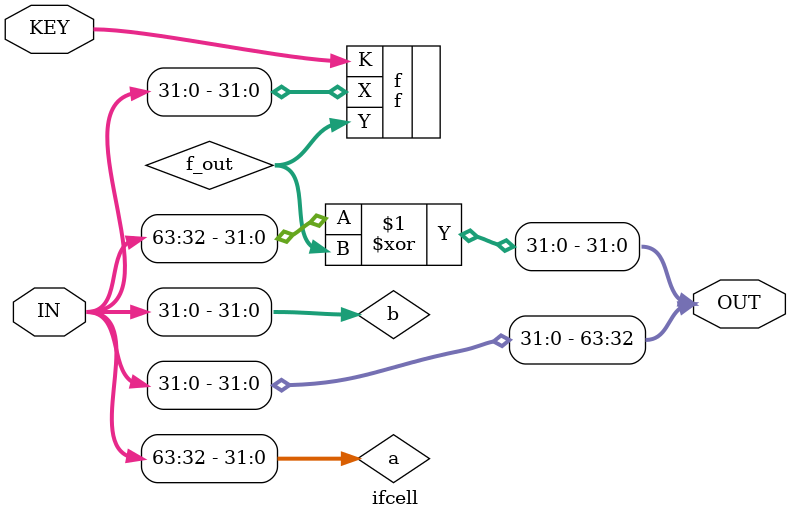
<source format=v>
module ifcell (
    input [63:0]IN,
    input [31:0]KEY,
    output [63:0]OUT    
);

wire [31:0]a = IN[63:32];
wire [31:0]b = IN[31:0];

wire [31:0]f_out;

f f (
    .X(b),
    .K(KEY),
    .Y(f_out)
);

assign OUT = { b, a ^ f_out };

endmodule

</source>
